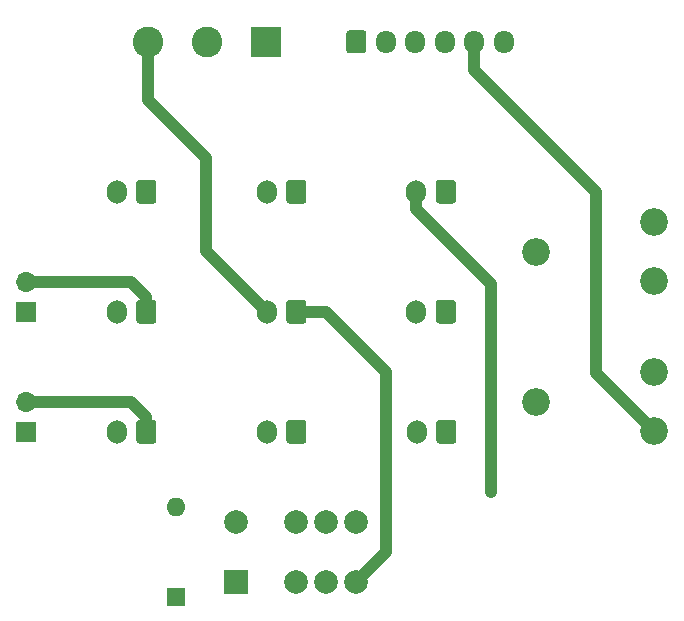
<source format=gbl>
%TF.GenerationSoftware,KiCad,Pcbnew,(5.1.9)-1*%
%TF.CreationDate,2021-09-13T23:33:08+02:00*%
%TF.ProjectId,SafetyBoard,53616665-7479-4426-9f61-72642e6b6963,rev?*%
%TF.SameCoordinates,Original*%
%TF.FileFunction,Copper,L2,Bot*%
%TF.FilePolarity,Positive*%
%FSLAX46Y46*%
G04 Gerber Fmt 4.6, Leading zero omitted, Abs format (unit mm)*
G04 Created by KiCad (PCBNEW (5.1.9)-1) date 2021-09-13 23:33:08*
%MOMM*%
%LPD*%
G01*
G04 APERTURE LIST*
%TA.AperFunction,ComponentPad*%
%ADD10R,2.600000X2.600000*%
%TD*%
%TA.AperFunction,ComponentPad*%
%ADD11C,2.600000*%
%TD*%
%TA.AperFunction,ComponentPad*%
%ADD12O,1.700000X1.950000*%
%TD*%
%TA.AperFunction,ComponentPad*%
%ADD13R,1.600000X1.600000*%
%TD*%
%TA.AperFunction,ComponentPad*%
%ADD14O,1.600000X1.600000*%
%TD*%
%TA.AperFunction,ComponentPad*%
%ADD15C,2.000000*%
%TD*%
%TA.AperFunction,ComponentPad*%
%ADD16R,2.000000X2.000000*%
%TD*%
%TA.AperFunction,ComponentPad*%
%ADD17O,1.700000X2.000000*%
%TD*%
%TA.AperFunction,ComponentPad*%
%ADD18R,1.700000X1.700000*%
%TD*%
%TA.AperFunction,ComponentPad*%
%ADD19O,1.700000X1.700000*%
%TD*%
%TA.AperFunction,ComponentPad*%
%ADD20C,2.340000*%
%TD*%
%TA.AperFunction,ViaPad*%
%ADD21C,0.800000*%
%TD*%
%TA.AperFunction,Conductor*%
%ADD22C,1.000000*%
%TD*%
G04 APERTURE END LIST*
D10*
%TO.P,J4,1*%
%TO.N,Net-(HFD31-Pad4)*%
X149860000Y-33020000D03*
D11*
%TO.P,J4,2*%
%TO.N,Net-(J2-Pad2)*%
X144860000Y-33020000D03*
%TO.P,J4,3*%
%TO.N,Net-(D1-Pad2)*%
X139860000Y-33020000D03*
%TD*%
%TO.P,J5,1*%
%TO.N,Net-(J1-Pad1)*%
%TA.AperFunction,ComponentPad*%
G36*
G01*
X156630000Y-33745000D02*
X156630000Y-32295000D01*
G75*
G02*
X156880000Y-32045000I250000J0D01*
G01*
X158080000Y-32045000D01*
G75*
G02*
X158330000Y-32295000I0J-250000D01*
G01*
X158330000Y-33745000D01*
G75*
G02*
X158080000Y-33995000I-250000J0D01*
G01*
X156880000Y-33995000D01*
G75*
G02*
X156630000Y-33745000I0J250000D01*
G01*
G37*
%TD.AperFunction*%
D12*
%TO.P,J5,2*%
%TO.N,Net-(D1-Pad2)*%
X159980000Y-33020000D03*
%TO.P,J5,3*%
%TO.N,Net-(J5-Pad3)*%
X162480000Y-33020000D03*
%TO.P,J5,4*%
%TO.N,Net-(D1-Pad2)*%
X164980000Y-33020000D03*
%TO.P,J5,5*%
%TO.N,Net-(J5-Pad5)*%
X167480000Y-33020000D03*
%TO.P,J5,6*%
%TO.N,Net-(D1-Pad2)*%
X169980000Y-33020000D03*
%TD*%
D13*
%TO.P,D1,1*%
%TO.N,Net-(D1-Pad1)*%
X142240000Y-80010000D03*
D14*
%TO.P,D1,2*%
%TO.N,Net-(D1-Pad2)*%
X142240000Y-72390000D03*
%TD*%
D15*
%TO.P,HFD31,9*%
%TO.N,Net-(HFD31-Pad9)*%
X154940000Y-73660000D03*
%TO.P,HFD31,4*%
%TO.N,Net-(HFD31-Pad4)*%
X154940000Y-78740000D03*
%TO.P,HFD31,12*%
%TO.N,Net-(D1-Pad2)*%
X147320000Y-73660000D03*
%TO.P,HFD31,10*%
%TO.N,Net-(HFD31-Pad10)*%
X152400000Y-73660000D03*
D16*
%TO.P,HFD31,1*%
%TO.N,Net-(D1-Pad1)*%
X147320000Y-78740000D03*
D15*
%TO.P,HFD31,3*%
%TO.N,Net-(HFD31-Pad3)*%
X152400000Y-78740000D03*
%TO.P,HFD31,8*%
%TO.N,Net-(HFD31-Pad8)*%
X157480000Y-73660000D03*
%TO.P,HFD31,5*%
%TO.N,Net-(HFD31-Pad5)*%
X157480000Y-78740000D03*
%TD*%
D17*
%TO.P,J1,2*%
%TO.N,Net-(HFD31-Pad4)*%
X162560000Y-45720000D03*
%TO.P,J1,1*%
%TO.N,Net-(J1-Pad1)*%
%TA.AperFunction,ComponentPad*%
G36*
G01*
X165910000Y-44970000D02*
X165910000Y-46470000D01*
G75*
G02*
X165660000Y-46720000I-250000J0D01*
G01*
X164460000Y-46720000D01*
G75*
G02*
X164210000Y-46470000I0J250000D01*
G01*
X164210000Y-44970000D01*
G75*
G02*
X164460000Y-44720000I250000J0D01*
G01*
X165660000Y-44720000D01*
G75*
G02*
X165910000Y-44970000I0J-250000D01*
G01*
G37*
%TD.AperFunction*%
%TD*%
%TO.P,J2,1*%
%TO.N,Net-(J2-Pad1)*%
%TA.AperFunction,ComponentPad*%
G36*
G01*
X165910000Y-55130000D02*
X165910000Y-56630000D01*
G75*
G02*
X165660000Y-56880000I-250000J0D01*
G01*
X164460000Y-56880000D01*
G75*
G02*
X164210000Y-56630000I0J250000D01*
G01*
X164210000Y-55130000D01*
G75*
G02*
X164460000Y-54880000I250000J0D01*
G01*
X165660000Y-54880000D01*
G75*
G02*
X165910000Y-55130000I0J-250000D01*
G01*
G37*
%TD.AperFunction*%
%TO.P,J2,2*%
%TO.N,Net-(J2-Pad2)*%
X162560000Y-55880000D03*
%TD*%
%TO.P,J3,2*%
%TO.N,Net-(J2-Pad2)*%
X162600000Y-66040000D03*
%TO.P,J3,1*%
%TO.N,Net-(J3-Pad1)*%
%TA.AperFunction,ComponentPad*%
G36*
G01*
X165950000Y-65290000D02*
X165950000Y-66790000D01*
G75*
G02*
X165700000Y-67040000I-250000J0D01*
G01*
X164500000Y-67040000D01*
G75*
G02*
X164250000Y-66790000I0J250000D01*
G01*
X164250000Y-65290000D01*
G75*
G02*
X164500000Y-65040000I250000J0D01*
G01*
X165700000Y-65040000D01*
G75*
G02*
X165950000Y-65290000I0J-250000D01*
G01*
G37*
%TD.AperFunction*%
%TD*%
%TO.P,J6,1*%
%TO.N,Net-(J6-Pad1)*%
%TA.AperFunction,ComponentPad*%
G36*
G01*
X140550000Y-44970000D02*
X140550000Y-46470000D01*
G75*
G02*
X140300000Y-46720000I-250000J0D01*
G01*
X139100000Y-46720000D01*
G75*
G02*
X138850000Y-46470000I0J250000D01*
G01*
X138850000Y-44970000D01*
G75*
G02*
X139100000Y-44720000I250000J0D01*
G01*
X140300000Y-44720000D01*
G75*
G02*
X140550000Y-44970000I0J-250000D01*
G01*
G37*
%TD.AperFunction*%
%TO.P,J6,2*%
%TO.N,Net-(J2-Pad2)*%
X137200000Y-45720000D03*
%TD*%
%TO.P,J7,1*%
%TO.N,Net-(J7-Pad1)*%
%TA.AperFunction,ComponentPad*%
G36*
G01*
X140550000Y-55130000D02*
X140550000Y-56630000D01*
G75*
G02*
X140300000Y-56880000I-250000J0D01*
G01*
X139100000Y-56880000D01*
G75*
G02*
X138850000Y-56630000I0J250000D01*
G01*
X138850000Y-55130000D01*
G75*
G02*
X139100000Y-54880000I250000J0D01*
G01*
X140300000Y-54880000D01*
G75*
G02*
X140550000Y-55130000I0J-250000D01*
G01*
G37*
%TD.AperFunction*%
%TO.P,J7,2*%
%TO.N,Net-(J6-Pad1)*%
X137200000Y-55880000D03*
%TD*%
%TO.P,J8,1*%
%TO.N,Net-(D1-Pad1)*%
%TA.AperFunction,ComponentPad*%
G36*
G01*
X140550000Y-65290000D02*
X140550000Y-66790000D01*
G75*
G02*
X140300000Y-67040000I-250000J0D01*
G01*
X139100000Y-67040000D01*
G75*
G02*
X138850000Y-66790000I0J250000D01*
G01*
X138850000Y-65290000D01*
G75*
G02*
X139100000Y-65040000I250000J0D01*
G01*
X140300000Y-65040000D01*
G75*
G02*
X140550000Y-65290000I0J-250000D01*
G01*
G37*
%TD.AperFunction*%
%TO.P,J8,2*%
%TO.N,Net-(J7-Pad1)*%
X137200000Y-66040000D03*
%TD*%
%TO.P,J9,1*%
%TO.N,Net-(HFD31-Pad8)*%
%TA.AperFunction,ComponentPad*%
G36*
G01*
X153250000Y-44970000D02*
X153250000Y-46470000D01*
G75*
G02*
X153000000Y-46720000I-250000J0D01*
G01*
X151800000Y-46720000D01*
G75*
G02*
X151550000Y-46470000I0J250000D01*
G01*
X151550000Y-44970000D01*
G75*
G02*
X151800000Y-44720000I250000J0D01*
G01*
X153000000Y-44720000D01*
G75*
G02*
X153250000Y-44970000I0J-250000D01*
G01*
G37*
%TD.AperFunction*%
%TO.P,J9,2*%
%TO.N,Net-(HFD31-Pad9)*%
X149900000Y-45720000D03*
%TD*%
%TO.P,J10,2*%
%TO.N,Net-(D1-Pad2)*%
X149900000Y-66040000D03*
%TO.P,J10,1*%
%TO.N,Net-(HFD31-Pad3)*%
%TA.AperFunction,ComponentPad*%
G36*
G01*
X153250000Y-65290000D02*
X153250000Y-66790000D01*
G75*
G02*
X153000000Y-67040000I-250000J0D01*
G01*
X151800000Y-67040000D01*
G75*
G02*
X151550000Y-66790000I0J250000D01*
G01*
X151550000Y-65290000D01*
G75*
G02*
X151800000Y-65040000I250000J0D01*
G01*
X153000000Y-65040000D01*
G75*
G02*
X153250000Y-65290000I0J-250000D01*
G01*
G37*
%TD.AperFunction*%
%TD*%
%TO.P,J11,2*%
%TO.N,Net-(D1-Pad2)*%
X149900000Y-55880000D03*
%TO.P,J11,1*%
%TO.N,Net-(HFD31-Pad5)*%
%TA.AperFunction,ComponentPad*%
G36*
G01*
X153250000Y-55130000D02*
X153250000Y-56630000D01*
G75*
G02*
X153000000Y-56880000I-250000J0D01*
G01*
X151800000Y-56880000D01*
G75*
G02*
X151550000Y-56630000I0J250000D01*
G01*
X151550000Y-55130000D01*
G75*
G02*
X151800000Y-54880000I250000J0D01*
G01*
X153000000Y-54880000D01*
G75*
G02*
X153250000Y-55130000I0J-250000D01*
G01*
G37*
%TD.AperFunction*%
%TD*%
D18*
%TO.P,JP1,1*%
%TO.N,Net-(J6-Pad1)*%
X129540000Y-55880000D03*
D19*
%TO.P,JP1,2*%
%TO.N,Net-(J7-Pad1)*%
X129540000Y-53340000D03*
%TD*%
%TO.P,JP2,2*%
%TO.N,Net-(D1-Pad1)*%
X129540000Y-63500000D03*
D18*
%TO.P,JP2,1*%
%TO.N,Net-(J7-Pad1)*%
X129540000Y-66040000D03*
%TD*%
D20*
%TO.P,RV1,3*%
%TO.N,Net-(J5-Pad3)*%
X182720000Y-53300000D03*
%TO.P,RV1,2*%
%TO.N,Net-(J2-Pad1)*%
X172720000Y-50800000D03*
%TO.P,RV1,1*%
%TO.N,Net-(RV1-Pad1)*%
X182720000Y-48300000D03*
%TD*%
%TO.P,RV2,1*%
%TO.N,Net-(RV2-Pad1)*%
X182720000Y-61000000D03*
%TO.P,RV2,2*%
%TO.N,Net-(J3-Pad1)*%
X172720000Y-63500000D03*
%TO.P,RV2,3*%
%TO.N,Net-(J5-Pad5)*%
X182720000Y-66000000D03*
%TD*%
D21*
%TO.N,Net-(HFD31-Pad4)*%
X168910000Y-71120000D03*
%TD*%
D22*
%TO.N,Net-(D1-Pad1)*%
X139700000Y-66040000D02*
X139700000Y-64770000D01*
X138430000Y-63500000D02*
X129540000Y-63500000D01*
X139700000Y-64770000D02*
X138430000Y-63500000D01*
%TO.N,Net-(D1-Pad2)*%
X144780000Y-42871334D02*
X144780000Y-50760000D01*
X139860000Y-37951334D02*
X144780000Y-42871334D01*
X144780000Y-50760000D02*
X149900000Y-55880000D01*
X139860000Y-33020000D02*
X139860000Y-37951334D01*
%TO.N,Net-(HFD31-Pad4)*%
X162560000Y-47220000D02*
X162560000Y-45720000D01*
X168910000Y-53570000D02*
X162560000Y-47220000D01*
X168910000Y-71120000D02*
X168910000Y-53570000D01*
%TO.N,Net-(HFD31-Pad5)*%
X154940000Y-55880000D02*
X152400000Y-55880000D01*
X160020000Y-60960000D02*
X154940000Y-55880000D01*
X160020000Y-76200000D02*
X160020000Y-60960000D01*
X157480000Y-78740000D02*
X160020000Y-76200000D01*
%TO.N,Net-(J7-Pad1)*%
X139700000Y-55880000D02*
X139700000Y-54610000D01*
X138430000Y-53340000D02*
X129540000Y-53340000D01*
X139700000Y-54610000D02*
X138430000Y-53340000D01*
%TO.N,Net-(J5-Pad5)*%
X182720000Y-66000000D02*
X177800000Y-61080000D01*
X177800000Y-61080000D02*
X177800000Y-45720000D01*
X167480000Y-35400000D02*
X167480000Y-33020000D01*
X177800000Y-45720000D02*
X167480000Y-35400000D01*
%TD*%
M02*

</source>
